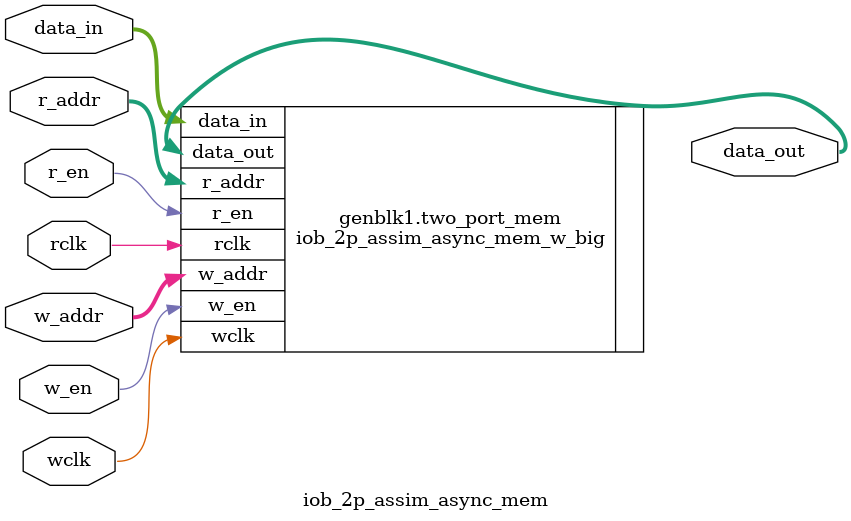
<source format=v>
`timescale 1ns / 1ps

module iob_2p_assim_async_mem 
	#(
		parameter W_DATA_W = 16,
		parameter W_ADDR_W = 6,
		parameter R_DATA_W = 8,
		parameter R_ADDR_W = 7
	)
	(
		//Inputs
	 input 		       wclk, //write clock
         input 		       w_en, //write enable
         input [W_DATA_W-1:0]  data_in, //Input data to write port
         input [W_ADDR_W-1:0]  w_addr, //address for write port
	 input 		       rclk, //read clock
         input [R_ADDR_W-1:0]  r_addr, //address for read port
         input 		       r_en,
        //Outputs
         output [R_DATA_W-1:0] data_out //output port
    );
    
    generate
    	if (W_DATA_W > R_DATA_W)
    	begin
    		iob_2p_assim_async_mem_w_big #(
    			.W_DATA_W(W_DATA_W),
    		 	.W_ADDR_W(W_ADDR_W),
    		 	.R_DATA_W(R_DATA_W),
    		 	.R_ADDR_W(R_ADDR_W)
    		 ) two_port_mem (
    		 	.wclk(wclk),
    		 	.w_en(w_en),
    		 	.data_in(data_in),
    		 	.w_addr(w_addr),
			.rclk(rclk),
    		 	.r_addr(r_addr),
    		 	.r_en(r_en),
    		 	.data_out(data_out)
    		 );
    	end
    	else if (W_DATA_W == R_DATA_W)
	  begin
	     iob_2p_async_mem #(
				.DATA_W(W_DATA_W),
				.ADDR_W(W_ADDR_W)
				) two_port_mem (
	 					.wclk(wclk),
    		 				.w_en(w_en),
    		 				.data_in(data_in),
    		 				.w_addr(w_addr),
						.rclk(rclk),
    		 				.r_addr(r_addr),
    		 				.r_en(r_en),
    		 				.data_out(data_out)
						);
	  end // if (W_DATA_W == R_DATA_W)
	else
    	begin
    		iob_2p_assim_async_mem_r_big #(
    			.W_DATA_W(W_DATA_W),
    		 	.W_ADDR_W(W_ADDR_W),
    		 	.R_DATA_W(R_DATA_W),
    		 	.R_ADDR_W(R_ADDR_W)
    		 ) two_port_mem (
    		 	.wclk(wclk),
    		 	.w_en(w_en),
    		 	.data_in(data_in),
    		 	.w_addr(w_addr),
			.rclk(rclk),
    		 	.r_addr(r_addr),
    		 	.r_en(r_en),
    		 	.data_out(data_out)
    		 );
    	end
    endgenerate
endmodule
    

</source>
